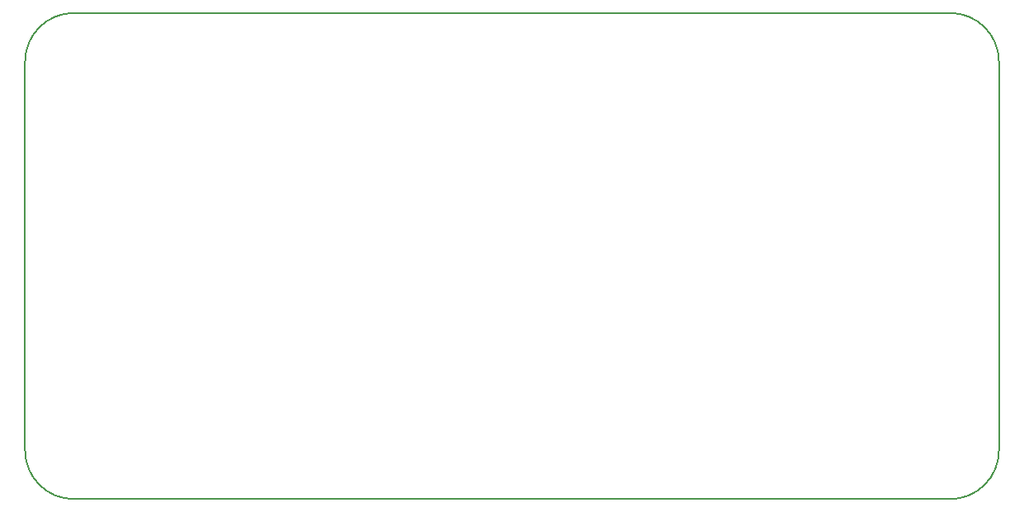
<source format=gbr>
G04 #@! TF.GenerationSoftware,KiCad,Pcbnew,(5.0.1)-4*
G04 #@! TF.CreationDate,2018-11-25T16:05:00+01:00*
G04 #@! TF.ProjectId,Flips6,466C697073362E6B696361645F706362,V1.0*
G04 #@! TF.SameCoordinates,Original*
G04 #@! TF.FileFunction,Profile,NP*
%FSLAX46Y46*%
G04 Gerber Fmt 4.6, Leading zero omitted, Abs format (unit mm)*
G04 Created by KiCad (PCBNEW (5.0.1)-4) date 25.11.2018 16:05:00*
%MOMM*%
%LPD*%
G01*
G04 APERTURE LIST*
%ADD10C,0.150000*%
G04 APERTURE END LIST*
D10*
X55800000Y-100800000D02*
G75*
G02X50800000Y-95800000I0J5000000D01*
G01*
X50800000Y-55800000D02*
G75*
G02X55800000Y-50800000I5000000J0D01*
G01*
X145800000Y-50800000D02*
G75*
G02X150800000Y-55800000I0J-5000000D01*
G01*
X150800000Y-95800000D02*
G75*
G02X145800000Y-100800000I-5000000J0D01*
G01*
X150800000Y-55800000D02*
X150800000Y-95800000D01*
X55800000Y-50800000D02*
X145800000Y-50800000D01*
X50800000Y-95800000D02*
X50800000Y-55800000D01*
X145800000Y-100800000D02*
X55800000Y-100800000D01*
M02*

</source>
